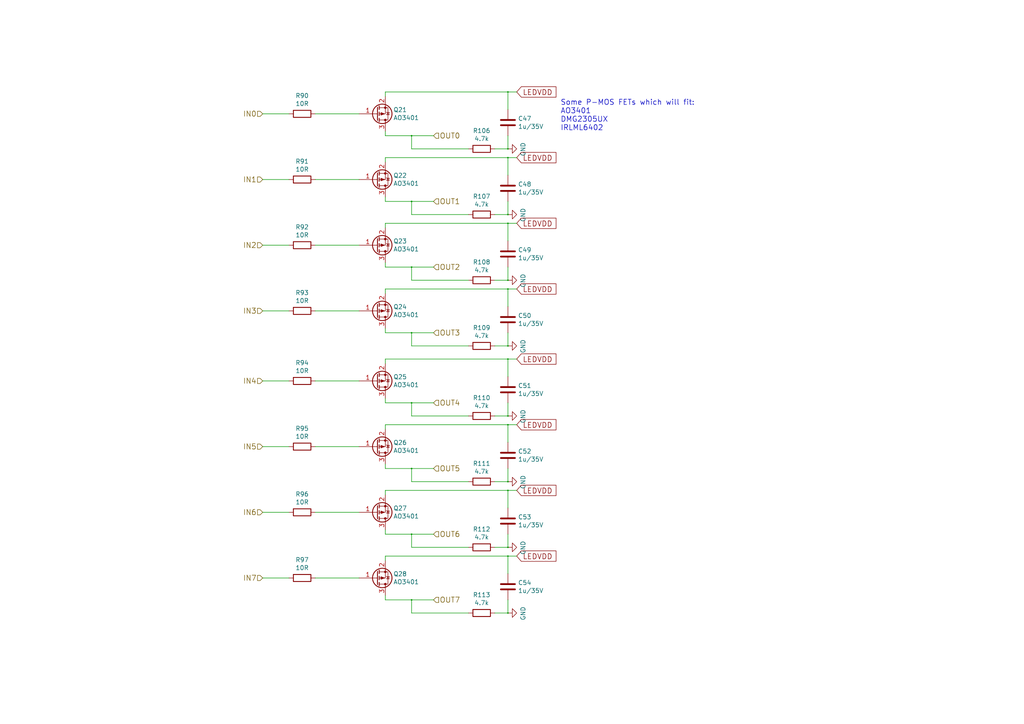
<source format=kicad_sch>
(kicad_sch (version 20200820) (host eeschema "5.99.0-unknown-b0af66afc~103~ubuntu18.04.1")
  (page 0 10)
  (paper "A4")
  (lib_symbols
    (symbol "dotmatrix_64x48-rescue:C-device" (pin_numbers hide) (pin_names (offset 0.254))
      (property "Reference" "C" (at 0.635 2.54 0))
      (property "Value" "C-device" (at 0.635 -2.54 0))
      (symbol "C-device_0_1"
        (polyline (pts (xy -2.032 -0.762) (xy 2.032 -0.762)) (stroke (width 0.508)))
        (polyline (pts (xy -2.032 0.762) (xy 2.032 0.762)) (stroke (width 0.508)))
      )
      (symbol "C-device_1_1"
        (pin passive line (at 0 3.81 270) (length 2.794) (name "~") (number "1"))
        (pin passive line (at 0 -3.81 90) (length 2.794) (name "~") (number "2"))
      )
    )
    (symbol "dotmatrix_64x48-rescue:GND-power" (power) (pin_names (offset 0))
      (property "Value" "GND-power" (at 0 -3.81 0))
      (symbol "GND-power_0_1"
        (polyline (pts (xy 0 0) (xy 0 -1.27) (xy 1.27 -1.27) (xy 0 -2.54) (xy -1.27 -1.27) (xy 0 -1.27)))
      )
      (symbol "GND-power_1_1"
        (pin power_in line (at 0 0 270) (length 0) hide (name "GND") (number "1"))
      )
    )
    (symbol "dotmatrix_64x48-rescue:Q_PMOS_GSD-device" (pin_names (offset 0) hide)
      (property "Reference" "Q" (at 5.08 1.27 0))
      (property "Value" "Q_PMOS_GSD-device" (at 5.08 -1.27 0))
      (symbol "Q_PMOS_GSD-device_0_1"
        (circle (center 1.651 0) (radius 2.8194) (stroke (width 0.254)))
        (circle (center 2.54 -1.778) (radius 0.2794) (fill (type outline)))
        (circle (center 2.54 1.778) (radius 0.2794) (fill (type outline)))
        (polyline (pts (xy 0.0508 0) (xy 0.254 0)))
        (polyline (pts (xy 0.762 -1.778) (xy 2.54 -1.778)))
        (polyline (pts (xy 0.762 -1.27) (xy 0.762 -2.286)) (stroke (width 0.254)))
        (polyline (pts (xy 0.762 0) (xy 2.54 0)))
        (polyline (pts (xy 0.762 0.508) (xy 0.762 -0.508)) (stroke (width 0.254)))
        (polyline (pts (xy 0.762 1.778) (xy 2.54 1.778)))
        (polyline (pts (xy 0.762 2.286) (xy 0.762 1.27)) (stroke (width 0.254)))
        (polyline (pts (xy 2.54 -1.778) (xy 2.54 -2.54)))
        (polyline (pts (xy 2.54 -1.778) (xy 2.54 0)))
        (polyline (pts (xy 2.54 2.54) (xy 2.54 1.778)))
        (polyline (pts (xy 0.254 1.905) (xy 0.254 -1.905) (xy 0.254 -1.905)) (stroke (width 0.254)))
        (polyline (pts (xy 2.286 0) (xy 1.27 -0.381) (xy 1.27 0.381) (xy 2.286 0)) (fill (type outline)))
        (polyline (pts (xy 2.54 -1.778) (xy 3.302 -1.778) (xy 3.302 1.778) (xy 2.54 1.778)))
        (polyline (pts (xy 2.794 -0.508) (xy 2.921 -0.381) (xy 3.683 -0.381) (xy 3.81 -0.254)))
        (polyline (pts (xy 3.302 -0.381) (xy 2.921 0.254) (xy 3.683 0.254) (xy 3.302 -0.381)))
      )
      (symbol "Q_PMOS_GSD-device_1_1"
        (pin input line (at -5.08 0 0) (length 5.08) (name "G") (number "1"))
        (pin passive line (at 2.54 -5.08 90) (length 2.54) (name "S") (number "2"))
        (pin passive line (at 2.54 5.08 270) (length 2.54) (name "D") (number "3"))
      )
    )
    (symbol "dotmatrix_64x48-rescue:R-device" (pin_numbers hide) (pin_names (offset 0))
      (property "Reference" "R" (at 2.032 0 90))
      (property "Value" "R-device" (at 0 0 90))
      (symbol "R-device_0_1"
        (rectangle (start -1.016 -2.54) (end 1.016 2.54) (stroke (width 0.254)))
      )
      (symbol "R-device_1_1"
        (pin passive line (at 0 3.81 270) (length 1.27) (name "~") (number "1"))
        (pin passive line (at 0 -3.81 90) (length 1.27) (name "~") (number "2"))
      )
    )
  )
  (junction (at 119.38 39.37) (diameter 0.3048))
  (junction (at 119.38 58.42) (diameter 0.3048))
  (junction (at 119.38 77.47) (diameter 0.3048))
  (junction (at 119.38 96.52) (diameter 0.3048))
  (junction (at 119.38 116.84) (diameter 0.3048))
  (junction (at 119.38 135.89) (diameter 0.3048))
  (junction (at 119.38 154.94) (diameter 0.3048))
  (junction (at 119.38 173.99) (diameter 0.3048))
  (junction (at 147.32 26.67) (diameter 0.3048))
  (junction (at 147.32 43.18) (diameter 0.3048))
  (junction (at 147.32 45.72) (diameter 0.3048))
  (junction (at 147.32 62.23) (diameter 0.3048))
  (junction (at 147.32 64.77) (diameter 0.3048))
  (junction (at 147.32 81.28) (diameter 0.3048))
  (junction (at 147.32 83.82) (diameter 0.3048))
  (junction (at 147.32 100.33) (diameter 0.3048))
  (junction (at 147.32 104.14) (diameter 0.3048))
  (junction (at 147.32 120.65) (diameter 0.3048))
  (junction (at 147.32 123.19) (diameter 0.3048))
  (junction (at 147.32 139.7) (diameter 0.3048))
  (junction (at 147.32 142.24) (diameter 0.3048))
  (junction (at 147.32 158.75) (diameter 0.3048))
  (junction (at 147.32 161.29) (diameter 0.3048))
  (junction (at 147.32 177.8) (diameter 0.3048))
  (wire (pts (xy 76.2 33.02) (xy 83.82 33.02)))
  (wire (pts (xy 76.2 52.07) (xy 83.82 52.07)))
  (wire (pts (xy 76.2 71.12) (xy 83.82 71.12)))
  (wire (pts (xy 76.2 90.17) (xy 83.82 90.17)))
  (wire (pts (xy 76.2 110.49) (xy 83.82 110.49)))
  (wire (pts (xy 76.2 129.54) (xy 83.82 129.54)))
  (wire (pts (xy 76.2 148.59) (xy 83.82 148.59)))
  (wire (pts (xy 76.2 167.64) (xy 83.82 167.64)))
  (wire (pts (xy 91.44 33.02) (xy 104.14 33.02)))
  (wire (pts (xy 91.44 52.07) (xy 104.14 52.07)))
  (wire (pts (xy 91.44 71.12) (xy 104.14 71.12)))
  (wire (pts (xy 91.44 90.17) (xy 104.14 90.17)))
  (wire (pts (xy 91.44 110.49) (xy 104.14 110.49)))
  (wire (pts (xy 91.44 129.54) (xy 104.14 129.54)))
  (wire (pts (xy 91.44 148.59) (xy 104.14 148.59)))
  (wire (pts (xy 91.44 167.64) (xy 104.14 167.64)))
  (wire (pts (xy 111.76 26.67) (xy 147.32 26.67)))
  (wire (pts (xy 111.76 27.94) (xy 111.76 26.67)))
  (wire (pts (xy 111.76 39.37) (xy 111.76 38.1)))
  (wire (pts (xy 111.76 39.37) (xy 119.38 39.37)))
  (wire (pts (xy 111.76 45.72) (xy 147.32 45.72)))
  (wire (pts (xy 111.76 46.99) (xy 111.76 45.72)))
  (wire (pts (xy 111.76 58.42) (xy 111.76 57.15)))
  (wire (pts (xy 111.76 58.42) (xy 119.38 58.42)))
  (wire (pts (xy 111.76 64.77) (xy 147.32 64.77)))
  (wire (pts (xy 111.76 66.04) (xy 111.76 64.77)))
  (wire (pts (xy 111.76 77.47) (xy 111.76 76.2)))
  (wire (pts (xy 111.76 77.47) (xy 119.38 77.47)))
  (wire (pts (xy 111.76 83.82) (xy 147.32 83.82)))
  (wire (pts (xy 111.76 85.09) (xy 111.76 83.82)))
  (wire (pts (xy 111.76 96.52) (xy 111.76 95.25)))
  (wire (pts (xy 111.76 96.52) (xy 119.38 96.52)))
  (wire (pts (xy 111.76 104.14) (xy 147.32 104.14)))
  (wire (pts (xy 111.76 105.41) (xy 111.76 104.14)))
  (wire (pts (xy 111.76 116.84) (xy 111.76 115.57)))
  (wire (pts (xy 111.76 116.84) (xy 119.38 116.84)))
  (wire (pts (xy 111.76 123.19) (xy 147.32 123.19)))
  (wire (pts (xy 111.76 124.46) (xy 111.76 123.19)))
  (wire (pts (xy 111.76 135.89) (xy 111.76 134.62)))
  (wire (pts (xy 111.76 135.89) (xy 119.38 135.89)))
  (wire (pts (xy 111.76 142.24) (xy 147.32 142.24)))
  (wire (pts (xy 111.76 143.51) (xy 111.76 142.24)))
  (wire (pts (xy 111.76 154.94) (xy 111.76 153.67)))
  (wire (pts (xy 111.76 154.94) (xy 119.38 154.94)))
  (wire (pts (xy 111.76 161.29) (xy 147.32 161.29)))
  (wire (pts (xy 111.76 162.56) (xy 111.76 161.29)))
  (wire (pts (xy 111.76 173.99) (xy 111.76 172.72)))
  (wire (pts (xy 111.76 173.99) (xy 119.38 173.99)))
  (wire (pts (xy 119.38 39.37) (xy 125.73 39.37)))
  (wire (pts (xy 119.38 43.18) (xy 119.38 39.37)))
  (wire (pts (xy 119.38 58.42) (xy 125.73 58.42)))
  (wire (pts (xy 119.38 62.23) (xy 119.38 58.42)))
  (wire (pts (xy 119.38 77.47) (xy 125.73 77.47)))
  (wire (pts (xy 119.38 81.28) (xy 119.38 77.47)))
  (wire (pts (xy 119.38 96.52) (xy 125.73 96.52)))
  (wire (pts (xy 119.38 100.33) (xy 119.38 96.52)))
  (wire (pts (xy 119.38 116.84) (xy 125.73 116.84)))
  (wire (pts (xy 119.38 120.65) (xy 119.38 116.84)))
  (wire (pts (xy 119.38 135.89) (xy 125.73 135.89)))
  (wire (pts (xy 119.38 139.7) (xy 119.38 135.89)))
  (wire (pts (xy 119.38 154.94) (xy 125.73 154.94)))
  (wire (pts (xy 119.38 158.75) (xy 119.38 154.94)))
  (wire (pts (xy 119.38 173.99) (xy 125.73 173.99)))
  (wire (pts (xy 119.38 177.8) (xy 119.38 173.99)))
  (wire (pts (xy 135.89 43.18) (xy 119.38 43.18)))
  (wire (pts (xy 135.89 62.23) (xy 119.38 62.23)))
  (wire (pts (xy 135.89 81.28) (xy 119.38 81.28)))
  (wire (pts (xy 135.89 100.33) (xy 119.38 100.33)))
  (wire (pts (xy 135.89 120.65) (xy 119.38 120.65)))
  (wire (pts (xy 135.89 139.7) (xy 119.38 139.7)))
  (wire (pts (xy 135.89 158.75) (xy 119.38 158.75)))
  (wire (pts (xy 135.89 177.8) (xy 119.38 177.8)))
  (wire (pts (xy 143.51 43.18) (xy 147.32 43.18)))
  (wire (pts (xy 143.51 62.23) (xy 147.32 62.23)))
  (wire (pts (xy 143.51 81.28) (xy 147.32 81.28)))
  (wire (pts (xy 143.51 100.33) (xy 147.32 100.33)))
  (wire (pts (xy 143.51 120.65) (xy 147.32 120.65)))
  (wire (pts (xy 143.51 139.7) (xy 147.32 139.7)))
  (wire (pts (xy 143.51 158.75) (xy 147.32 158.75)))
  (wire (pts (xy 143.51 177.8) (xy 147.32 177.8)))
  (wire (pts (xy 147.32 26.67) (xy 149.86 26.67)))
  (wire (pts (xy 147.32 31.75) (xy 147.32 26.67)))
  (wire (pts (xy 147.32 43.18) (xy 147.32 39.37)))
  (wire (pts (xy 147.32 45.72) (xy 149.86 45.72)))
  (wire (pts (xy 147.32 50.8) (xy 147.32 45.72)))
  (wire (pts (xy 147.32 62.23) (xy 147.32 58.42)))
  (wire (pts (xy 147.32 64.77) (xy 149.86 64.77)))
  (wire (pts (xy 147.32 69.85) (xy 147.32 64.77)))
  (wire (pts (xy 147.32 81.28) (xy 147.32 77.47)))
  (wire (pts (xy 147.32 83.82) (xy 149.86 83.82)))
  (wire (pts (xy 147.32 88.9) (xy 147.32 83.82)))
  (wire (pts (xy 147.32 100.33) (xy 147.32 96.52)))
  (wire (pts (xy 147.32 104.14) (xy 149.86 104.14)))
  (wire (pts (xy 147.32 109.22) (xy 147.32 104.14)))
  (wire (pts (xy 147.32 120.65) (xy 147.32 116.84)))
  (wire (pts (xy 147.32 123.19) (xy 149.86 123.19)))
  (wire (pts (xy 147.32 128.27) (xy 147.32 123.19)))
  (wire (pts (xy 147.32 139.7) (xy 147.32 135.89)))
  (wire (pts (xy 147.32 142.24) (xy 149.86 142.24)))
  (wire (pts (xy 147.32 147.32) (xy 147.32 142.24)))
  (wire (pts (xy 147.32 158.75) (xy 147.32 154.94)))
  (wire (pts (xy 147.32 161.29) (xy 149.86 161.29)))
  (wire (pts (xy 147.32 166.37) (xy 147.32 161.29)))
  (wire (pts (xy 147.32 177.8) (xy 147.32 173.99)))
  (text "Some P-MOS FETs which will fit:\nAO3401\nDMG2305UX\nIRLML6402" (at 162.56 38.1 0) (effects (font (size 1.524 1.524)) (justify left bottom)))
  (global_label "LEDVDD" (shape input) (at 149.86 26.67 0) (effects (font (size 1.524 1.524))))
  (global_label "LEDVDD" (shape input) (at 149.86 45.72 0) (effects (font (size 1.524 1.524))))
  (global_label "LEDVDD" (shape input) (at 149.86 64.77 0) (effects (font (size 1.524 1.524))))
  (global_label "LEDVDD" (shape input) (at 149.86 83.82 0) (effects (font (size 1.524 1.524))))
  (global_label "LEDVDD" (shape input) (at 149.86 104.14 0) (effects (font (size 1.524 1.524))))
  (global_label "LEDVDD" (shape input) (at 149.86 123.19 0) (effects (font (size 1.524 1.524))))
  (global_label "LEDVDD" (shape input) (at 149.86 142.24 0) (effects (font (size 1.524 1.524))))
  (global_label "LEDVDD" (shape input) (at 149.86 161.29 0) (effects (font (size 1.524 1.524))))
  (hierarchical_label "IN0" (shape input) (at 76.2 33.02 180) (effects (font (size 1.524 1.524))))
  (hierarchical_label "IN1" (shape input) (at 76.2 52.07 180) (effects (font (size 1.524 1.524))))
  (hierarchical_label "IN2" (shape input) (at 76.2 71.12 180) (effects (font (size 1.524 1.524))))
  (hierarchical_label "IN3" (shape input) (at 76.2 90.17 180) (effects (font (size 1.524 1.524))))
  (hierarchical_label "IN4" (shape input) (at 76.2 110.49 180) (effects (font (size 1.524 1.524))))
  (hierarchical_label "IN5" (shape input) (at 76.2 129.54 180) (effects (font (size 1.524 1.524))))
  (hierarchical_label "IN6" (shape input) (at 76.2 148.59 180) (effects (font (size 1.524 1.524))))
  (hierarchical_label "IN7" (shape input) (at 76.2 167.64 180) (effects (font (size 1.524 1.524))))
  (hierarchical_label "OUT0" (shape input) (at 125.73 39.37 0) (effects (font (size 1.524 1.524))))
  (hierarchical_label "OUT1" (shape input) (at 125.73 58.42 0) (effects (font (size 1.524 1.524))))
  (hierarchical_label "OUT2" (shape input) (at 125.73 77.47 0) (effects (font (size 1.524 1.524))))
  (hierarchical_label "OUT3" (shape input) (at 125.73 96.52 0) (effects (font (size 1.524 1.524))))
  (hierarchical_label "OUT4" (shape input) (at 125.73 116.84 0) (effects (font (size 1.524 1.524))))
  (hierarchical_label "OUT5" (shape input) (at 125.73 135.89 0) (effects (font (size 1.524 1.524))))
  (hierarchical_label "OUT6" (shape input) (at 125.73 154.94 0) (effects (font (size 1.524 1.524))))
  (hierarchical_label "OUT7" (shape input) (at 125.73 173.99 0) (effects (font (size 1.524 1.524))))
  (symbol (lib_id "dotmatrix_64x48-rescue:GND-power") (at 147.32 43.18 90) (mirror x)
    (property "Reference" "#PWR0108" (effects hide))
    (property "Value" "GND" (at 151.7142 43.307 0))
  )
  (symbol (lib_id "dotmatrix_64x48-rescue:GND-power") (at 147.32 62.23 90) (mirror x)
    (property "Reference" "#PWR0109" (effects hide))
    (property "Value" "GND" (at 151.7142 62.357 0))
  )
  (symbol (lib_id "dotmatrix_64x48-rescue:GND-power") (at 147.32 81.28 90) (mirror x)
    (property "Reference" "#PWR0110" (effects hide))
    (property "Value" "GND" (at 151.7142 81.407 0))
  )
  (symbol (lib_id "dotmatrix_64x48-rescue:GND-power") (at 147.32 100.33 90) (mirror x)
    (property "Reference" "#PWR0111" (effects hide))
    (property "Value" "GND" (at 151.7142 100.457 0))
  )
  (symbol (lib_id "dotmatrix_64x48-rescue:GND-power") (at 147.32 120.65 90) (mirror x)
    (property "Reference" "#PWR0112" (effects hide))
    (property "Value" "GND" (at 151.7142 120.777 0))
  )
  (symbol (lib_id "dotmatrix_64x48-rescue:GND-power") (at 147.32 139.7 90) (mirror x)
    (property "Reference" "#PWR0113" (effects hide))
    (property "Value" "GND" (at 151.7142 139.827 0))
  )
  (symbol (lib_id "dotmatrix_64x48-rescue:GND-power") (at 147.32 158.75 90) (mirror x)
    (property "Reference" "#PWR0114" (effects hide))
    (property "Value" "GND" (at 151.7142 158.877 0))
  )
  (symbol (lib_id "dotmatrix_64x48-rescue:GND-power") (at 147.32 177.8 90) (mirror x)
    (property "Reference" "#PWR0115" (effects hide))
    (property "Value" "GND" (at 151.7142 177.927 0))
  )
  (symbol (lib_id "dotmatrix_64x48-rescue:R-device") (at 87.63 33.02 270)
    (property "Reference" "R90" (at 87.63 27.7622 90))
    (property "Value" "10R" (at 87.63 30.0736 90))
    (property "Footprint" "Resistor_SMD:R_0603_1608Metric_Pad1.05x0.95mm_HandSolder" (effects hide))
  )
  (symbol (lib_id "dotmatrix_64x48-rescue:R-device") (at 87.63 52.07 270)
    (property "Reference" "R91" (at 87.63 46.8122 90))
    (property "Value" "10R" (at 87.63 49.1236 90))
    (property "Footprint" "Resistor_SMD:R_0603_1608Metric_Pad1.05x0.95mm_HandSolder" (effects hide))
  )
  (symbol (lib_id "dotmatrix_64x48-rescue:R-device") (at 87.63 71.12 270)
    (property "Reference" "R92" (at 87.63 65.8622 90))
    (property "Value" "10R" (at 87.63 68.1736 90))
    (property "Footprint" "Resistor_SMD:R_0603_1608Metric_Pad1.05x0.95mm_HandSolder" (effects hide))
  )
  (symbol (lib_id "dotmatrix_64x48-rescue:R-device") (at 87.63 90.17 270)
    (property "Reference" "R93" (at 87.63 84.9122 90))
    (property "Value" "10R" (at 87.63 87.2236 90))
    (property "Footprint" "Resistor_SMD:R_0603_1608Metric_Pad1.05x0.95mm_HandSolder" (effects hide))
  )
  (symbol (lib_id "dotmatrix_64x48-rescue:R-device") (at 87.63 110.49 270)
    (property "Reference" "R94" (at 87.63 105.2322 90))
    (property "Value" "10R" (at 87.63 107.5436 90))
    (property "Footprint" "Resistor_SMD:R_0603_1608Metric_Pad1.05x0.95mm_HandSolder" (effects hide))
  )
  (symbol (lib_id "dotmatrix_64x48-rescue:R-device") (at 87.63 129.54 270)
    (property "Reference" "R95" (at 87.63 124.2822 90))
    (property "Value" "10R" (at 87.63 126.5936 90))
    (property "Footprint" "Resistor_SMD:R_0603_1608Metric_Pad1.05x0.95mm_HandSolder" (effects hide))
  )
  (symbol (lib_id "dotmatrix_64x48-rescue:R-device") (at 87.63 148.59 270)
    (property "Reference" "R96" (at 87.63 143.3322 90))
    (property "Value" "10R" (at 87.63 145.6436 90))
    (property "Footprint" "Resistor_SMD:R_0603_1608Metric_Pad1.05x0.95mm_HandSolder" (effects hide))
  )
  (symbol (lib_id "dotmatrix_64x48-rescue:R-device") (at 87.63 167.64 270)
    (property "Reference" "R97" (at 87.63 162.3822 90))
    (property "Value" "10R" (at 87.63 164.6936 90))
    (property "Footprint" "Resistor_SMD:R_0603_1608Metric_Pad1.05x0.95mm_HandSolder" (effects hide))
  )
  (symbol (lib_id "dotmatrix_64x48-rescue:R-device") (at 139.7 43.18 270)
    (property "Reference" "R106" (at 139.7 37.9222 90))
    (property "Value" "4.7k" (at 139.7 40.2336 90))
    (property "Footprint" "Resistor_SMD:R_0603_1608Metric_Pad1.05x0.95mm_HandSolder" (effects hide))
  )
  (symbol (lib_id "dotmatrix_64x48-rescue:R-device") (at 139.7 62.23 270)
    (property "Reference" "R107" (at 139.7 56.9722 90))
    (property "Value" "4.7k" (at 139.7 59.2836 90))
    (property "Footprint" "Resistor_SMD:R_0603_1608Metric_Pad1.05x0.95mm_HandSolder" (effects hide))
  )
  (symbol (lib_id "dotmatrix_64x48-rescue:R-device") (at 139.7 81.28 270)
    (property "Reference" "R108" (at 139.7 76.0222 90))
    (property "Value" "4.7k" (at 139.7 78.3336 90))
    (property "Footprint" "Resistor_SMD:R_0603_1608Metric_Pad1.05x0.95mm_HandSolder" (effects hide))
  )
  (symbol (lib_id "dotmatrix_64x48-rescue:R-device") (at 139.7 100.33 270)
    (property "Reference" "R109" (at 139.7 95.0722 90))
    (property "Value" "4.7k" (at 139.7 97.3836 90))
    (property "Footprint" "Resistor_SMD:R_0603_1608Metric_Pad1.05x0.95mm_HandSolder" (effects hide))
  )
  (symbol (lib_id "dotmatrix_64x48-rescue:R-device") (at 139.7 120.65 270)
    (property "Reference" "R110" (at 139.7 115.3922 90))
    (property "Value" "4.7k" (at 139.7 117.7036 90))
    (property "Footprint" "Resistor_SMD:R_0603_1608Metric_Pad1.05x0.95mm_HandSolder" (effects hide))
  )
  (symbol (lib_id "dotmatrix_64x48-rescue:R-device") (at 139.7 139.7 270)
    (property "Reference" "R111" (at 139.7 134.4422 90))
    (property "Value" "4.7k" (at 139.7 136.7536 90))
    (property "Footprint" "Resistor_SMD:R_0603_1608Metric_Pad1.05x0.95mm_HandSolder" (effects hide))
  )
  (symbol (lib_id "dotmatrix_64x48-rescue:R-device") (at 139.7 158.75 270)
    (property "Reference" "R112" (at 139.7 153.4922 90))
    (property "Value" "4.7k" (at 139.7 155.8036 90))
    (property "Footprint" "Resistor_SMD:R_0603_1608Metric_Pad1.05x0.95mm_HandSolder" (effects hide))
  )
  (symbol (lib_id "dotmatrix_64x48-rescue:R-device") (at 139.7 177.8 270)
    (property "Reference" "R113" (at 139.7 172.5422 90))
    (property "Value" "4.7k" (at 139.7 174.8536 90))
    (property "Footprint" "Resistor_SMD:R_0603_1608Metric_Pad1.05x0.95mm_HandSolder" (effects hide))
  )
  (symbol (lib_id "dotmatrix_64x48-rescue:C-device") (at 147.32 35.56 0)
    (property "Reference" "C47" (at 150.241 34.3916 0) (effects (justify left)))
    (property "Value" "1u/35V" (at 150.241 36.703 0) (effects (justify left)))
    (property "Footprint" "Capacitor_SMD:C_0603_1608Metric_Pad1.05x0.95mm_HandSolder" (effects hide))
  )
  (symbol (lib_id "dotmatrix_64x48-rescue:C-device") (at 147.32 54.61 0)
    (property "Reference" "C48" (at 150.241 53.4416 0) (effects (justify left)))
    (property "Value" "1u/35V" (at 150.241 55.753 0) (effects (justify left)))
    (property "Footprint" "Capacitor_SMD:C_0603_1608Metric_Pad1.05x0.95mm_HandSolder" (effects hide))
  )
  (symbol (lib_id "dotmatrix_64x48-rescue:C-device") (at 147.32 73.66 0)
    (property "Reference" "C49" (at 150.241 72.4916 0) (effects (justify left)))
    (property "Value" "1u/35V" (at 150.241 74.803 0) (effects (justify left)))
    (property "Footprint" "Capacitor_SMD:C_0603_1608Metric_Pad1.05x0.95mm_HandSolder" (effects hide))
  )
  (symbol (lib_id "dotmatrix_64x48-rescue:C-device") (at 147.32 92.71 0)
    (property "Reference" "C50" (at 150.241 91.5416 0) (effects (justify left)))
    (property "Value" "1u/35V" (at 150.241 93.853 0) (effects (justify left)))
    (property "Footprint" "Capacitor_SMD:C_0603_1608Metric_Pad1.05x0.95mm_HandSolder" (effects hide))
  )
  (symbol (lib_id "dotmatrix_64x48-rescue:C-device") (at 147.32 113.03 0)
    (property "Reference" "C51" (at 150.241 111.8616 0) (effects (justify left)))
    (property "Value" "1u/35V" (at 150.241 114.173 0) (effects (justify left)))
    (property "Footprint" "Capacitor_SMD:C_0603_1608Metric_Pad1.05x0.95mm_HandSolder" (effects hide))
  )
  (symbol (lib_id "dotmatrix_64x48-rescue:C-device") (at 147.32 132.08 0)
    (property "Reference" "C52" (at 150.241 130.9116 0) (effects (justify left)))
    (property "Value" "1u/35V" (at 150.241 133.223 0) (effects (justify left)))
    (property "Footprint" "Capacitor_SMD:C_0603_1608Metric_Pad1.05x0.95mm_HandSolder" (effects hide))
  )
  (symbol (lib_id "dotmatrix_64x48-rescue:C-device") (at 147.32 151.13 0)
    (property "Reference" "C53" (at 150.241 149.9616 0) (effects (justify left)))
    (property "Value" "1u/35V" (at 150.241 152.273 0) (effects (justify left)))
    (property "Footprint" "Capacitor_SMD:C_0603_1608Metric_Pad1.05x0.95mm_HandSolder" (effects hide))
  )
  (symbol (lib_id "dotmatrix_64x48-rescue:C-device") (at 147.32 170.18 0)
    (property "Reference" "C54" (at 150.241 169.0116 0) (effects (justify left)))
    (property "Value" "1u/35V" (at 150.241 171.323 0) (effects (justify left)))
    (property "Footprint" "Capacitor_SMD:C_0603_1608Metric_Pad1.05x0.95mm_HandSolder" (effects hide))
  )
  (symbol (lib_id "dotmatrix_64x48-rescue:Q_PMOS_GSD-device") (at 109.22 33.02 0) (mirror x)
    (property "Reference" "Q21" (at 114.0714 31.8516 0) (effects (justify left)))
    (property "Value" "AO3401" (at 114.0714 34.163 0) (effects (justify left)))
    (property "Footprint" "TO_SOT_Packages_SMD:SOT-23_Handsoldering" (effects hide))
  )
  (symbol (lib_id "dotmatrix_64x48-rescue:Q_PMOS_GSD-device") (at 109.22 52.07 0) (mirror x)
    (property "Reference" "Q22" (at 114.0714 50.9016 0) (effects (justify left)))
    (property "Value" "AO3401" (at 114.0714 53.213 0) (effects (justify left)))
    (property "Footprint" "TO_SOT_Packages_SMD:SOT-23_Handsoldering" (effects hide))
  )
  (symbol (lib_id "dotmatrix_64x48-rescue:Q_PMOS_GSD-device") (at 109.22 71.12 0) (mirror x)
    (property "Reference" "Q23" (at 114.0714 69.9516 0) (effects (justify left)))
    (property "Value" "AO3401" (at 114.0714 72.263 0) (effects (justify left)))
    (property "Footprint" "TO_SOT_Packages_SMD:SOT-23_Handsoldering" (effects hide))
  )
  (symbol (lib_id "dotmatrix_64x48-rescue:Q_PMOS_GSD-device") (at 109.22 90.17 0) (mirror x)
    (property "Reference" "Q24" (at 114.0714 89.0016 0) (effects (justify left)))
    (property "Value" "AO3401" (at 114.0714 91.313 0) (effects (justify left)))
    (property "Footprint" "TO_SOT_Packages_SMD:SOT-23_Handsoldering" (effects hide))
  )
  (symbol (lib_id "dotmatrix_64x48-rescue:Q_PMOS_GSD-device") (at 109.22 110.49 0) (mirror x)
    (property "Reference" "Q25" (at 114.0714 109.3216 0) (effects (justify left)))
    (property "Value" "AO3401" (at 114.0714 111.633 0) (effects (justify left)))
    (property "Footprint" "TO_SOT_Packages_SMD:SOT-23_Handsoldering" (effects hide))
  )
  (symbol (lib_id "dotmatrix_64x48-rescue:Q_PMOS_GSD-device") (at 109.22 129.54 0) (mirror x)
    (property "Reference" "Q26" (at 114.0714 128.3716 0) (effects (justify left)))
    (property "Value" "AO3401" (at 114.0714 130.683 0) (effects (justify left)))
    (property "Footprint" "TO_SOT_Packages_SMD:SOT-23_Handsoldering" (effects hide))
  )
  (symbol (lib_id "dotmatrix_64x48-rescue:Q_PMOS_GSD-device") (at 109.22 148.59 0) (mirror x)
    (property "Reference" "Q27" (at 114.0714 147.4216 0) (effects (justify left)))
    (property "Value" "AO3401" (at 114.0714 149.733 0) (effects (justify left)))
    (property "Footprint" "TO_SOT_Packages_SMD:SOT-23_Handsoldering" (effects hide))
  )
  (symbol (lib_id "dotmatrix_64x48-rescue:Q_PMOS_GSD-device") (at 109.22 167.64 0) (mirror x)
    (property "Reference" "Q28" (at 114.0714 166.4716 0) (effects (justify left)))
    (property "Value" "AO3401" (at 114.0714 168.783 0) (effects (justify left)))
    (property "Footprint" "TO_SOT_Packages_SMD:SOT-23_Handsoldering" (effects hide))
  )
)
</source>
